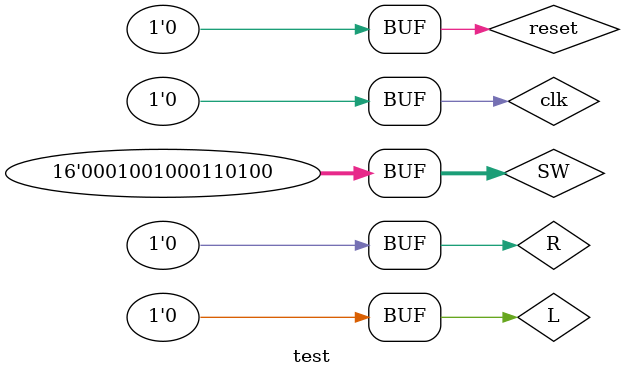
<source format=sv>
`timescale 1ns / 1ps


// module test();
//     logic clk;
//     logic reset;

//     logic [31:0] writedata, dataadr;
//     logic memwrite;

//     top dut(clk, reset, writedata, dataadr, memwrite);

//     initial
//         begin
//             reset <= 1; #22;
//             reset <= 0;
//         end

//     always
//         begin
//             clk <= 1; #5;
//             clk <= 0; #5;
//         end
    
//     always @(negedge clk)
//         begin
//             if(memwrite) begin
//                 if (dataadr === 84 & writedata === 7) begin
//                     $display("Simulation succeeded");
//                     $stop;
//                 end
//                 else if (dataadr !== 80) begin
//                     $display("Simulation failed");
//                     $stop;
//                 end
//             end
//         end
// endmodule

module test(
    );
    logic clk;
    logic reset,L,R;
    logic [15:0]SW;
    logic [7:0]AN;
    logic DP;
    logic [6:0]A2G;

    top dut(clk,reset,L,R,SW,AN,DP,A2G);
    initial
        begin
            SW <= 16'h1234;
            reset <=1;
            #50;
            reset <=0;
            #50;
            R <= 1;
            #50;
            R <= 0;
            #200;
            L <= 1;
            #50;
            L <= 0;
        end            
        always
            begin
                clk = 1;
                #1;
                clk = 0;
                #1;
            end
endmodule
</source>
